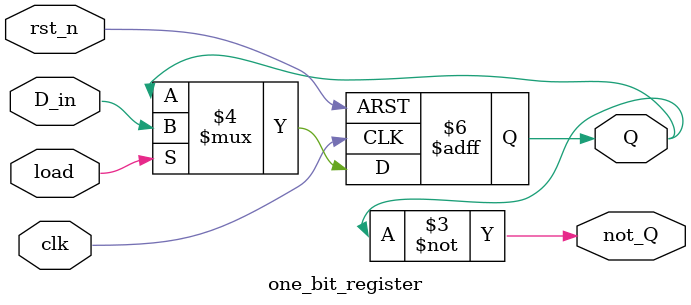
<source format=v>
module one_bit_register (
    input  wire clk,
    input  wire rst_n,
    input  wire load,
    input  wire D_in,
    output reg  Q,
    output wire not_Q
);
  always @(posedge clk or negedge rst_n) begin
    if (!rst_n) begin
      Q <= 1'b0;
    end else if (load) begin
      Q <= D_in;
    end
  end
  assign not_Q = ~Q;
endmodule

</source>
